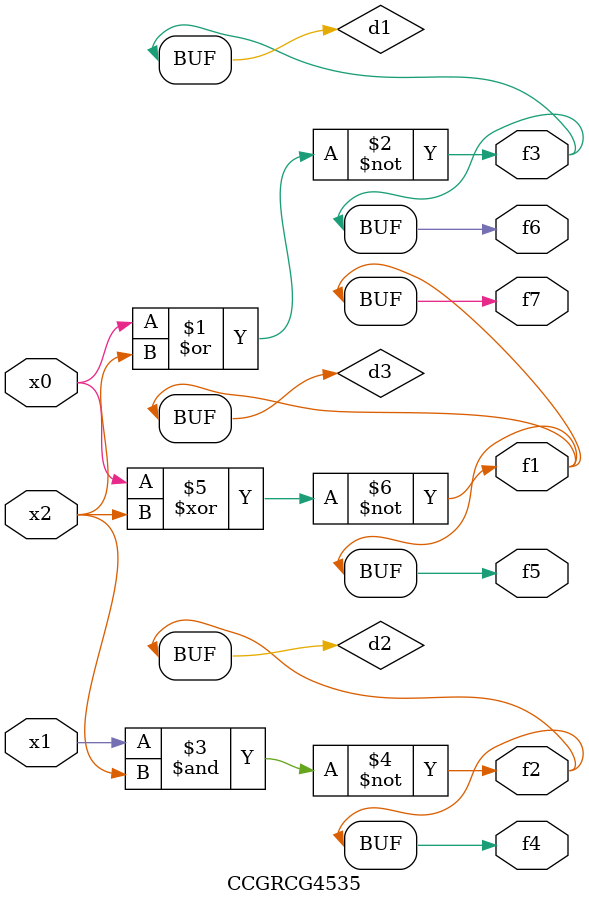
<source format=v>
module CCGRCG4535(
	input x0, x1, x2,
	output f1, f2, f3, f4, f5, f6, f7
);

	wire d1, d2, d3;

	nor (d1, x0, x2);
	nand (d2, x1, x2);
	xnor (d3, x0, x2);
	assign f1 = d3;
	assign f2 = d2;
	assign f3 = d1;
	assign f4 = d2;
	assign f5 = d3;
	assign f6 = d1;
	assign f7 = d3;
endmodule

</source>
